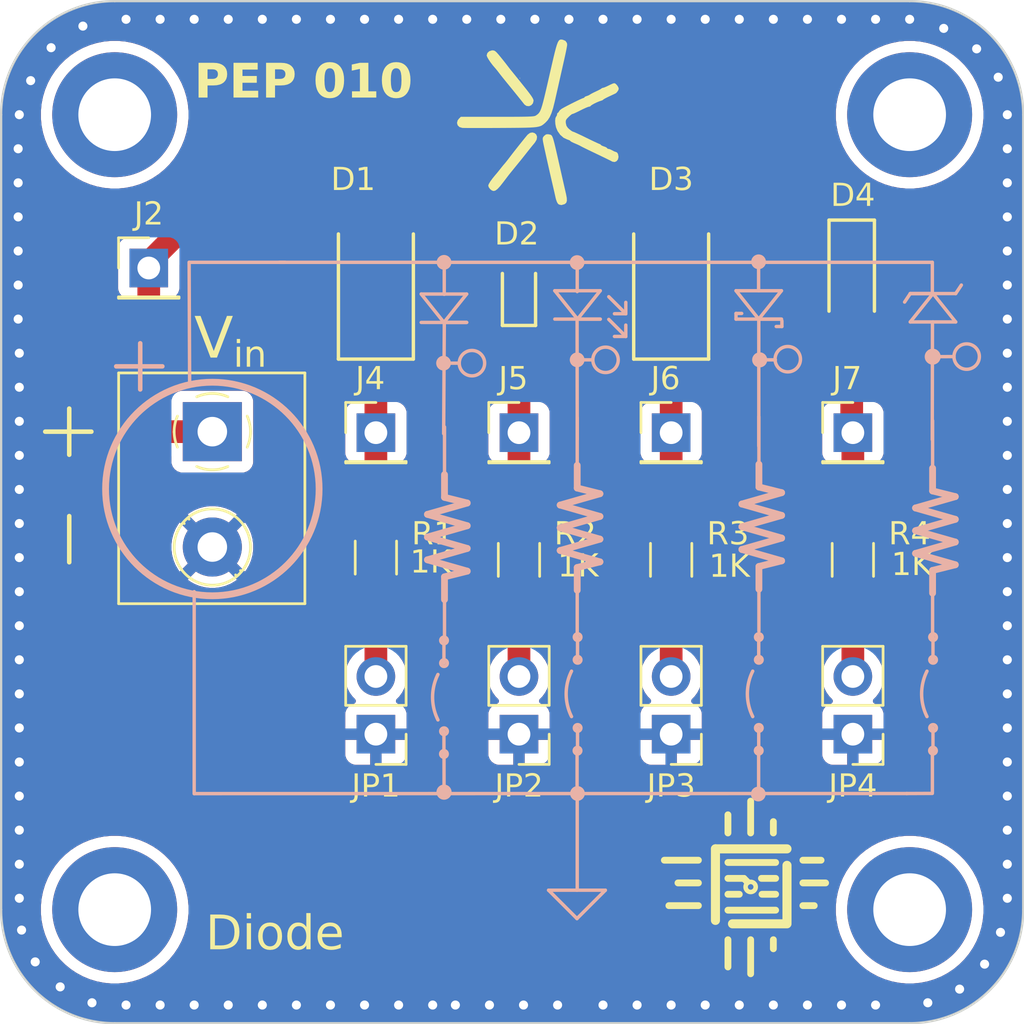
<source format=kicad_pcb>
(kicad_pcb (version 20241229) (generator "pcbnew") (generator_version "9.0")
  (layers (0 "F.Cu" signal) (2 "B.Cu" signal) (13 "F.Paste" user) (15 "B.Paste" user) (5 "F.SilkS" user "F.Silkscreen") (7 "B.SilkS" user "B.Silkscreen") (1 "F.Mask" user) (3 "B.Mask" user) (25 "Edge.Cuts" user))
  (net 0 "")
  (net 1 "Net-(D1-K)")
  (net 2 "0")
  (net 3 "9V")
  (net 4 "Net-(D2-K)")
  (net 5 "Net-(D3-K)")
  (net 6 "Net-(D4-A)")
  (net 7 "Net-(JP1-B)")
  (net 8 "Net-(JP2-B)")
  (net 9 "Net-(JP3-B)")
  (net 10 "Net-(JP4-B)")
  (footprint "Resistor_SMD:R_1206_3216Metric" (layer "F.Cu") (at 141.5 85.6 90)
    (property "Reference" "R4" (at 1.1 2.5 180) (layer "F.SilkS"))
    (property "Value" "1K")
    (pad "1" smd roundrect (at -1.4625 0 90) (size 1.125 1.75) (layers "F.Cu" "F.Mask" "F.Paste") (roundrect_rratio 0.222222) (net 10 "Net-(JP4-B)"))
    (pad "2" smd roundrect (at 1.4625 0 90) (size 1.125 1.75) (layers "F.Cu" "F.Mask" "F.Paste") (roundrect_rratio 0.222222) (net 6 "Net-(D4-A)"))
  )
  (footprint "PEP:R_silk_symbol" (layer "F.Cu") (at 123.520749 79.59689)
    (property "Reference" "REF**" (hide yes))
    (property "Value" "R_silk_symbol" (hide yes))
  )
  (footprint "Connector_PinHeader_2.54mm:PinHeader_1x01_P2.54mm_Vertical" (layer "F.Cu") (at 133.5 80)
    (property "Reference" "J6" (at -0.25 -2.33 0) (layer "F.SilkS"))
    (property "Value" "Conn_01x01_Pin" (hide yes))
    (pad "1" thru_hole rect (at 0 0) (size 1.7 1.7) (drill 1) (layers "*.Cu" "*.Mask") (net 5 "Net-(D3-K)"))
  )
  (footprint "Resistor_SMD:R_1206_3216Metric" (layer "F.Cu") (at 133.5 85.6 90)
    (property "Reference" "R3" (at 1.1 2.5 180) (layer "F.SilkS"))
    (property "Value" "1K")
    (pad "1" smd roundrect (at -1.4625 0 90) (size 1.125 1.75) (layers "F.Cu" "F.Mask" "F.Paste") (roundrect_rratio 0.222222) (net 9 "Net-(JP3-B)"))
    (pad "2" smd roundrect (at 1.4625 0 90) (size 1.125 1.75) (layers "F.Cu" "F.Mask" "F.Paste") (roundrect_rratio 0.222222) (net 5 "Net-(D3-K)"))
  )
  (footprint "PEP:R_silk_symbol" (layer "F.Cu") (at 145.010276 79.314991)
    (property "Reference" "REF**" (hide yes))
    (property "Value" "R_silk_symbol" (hide yes))
  )
  (footprint "PEP:JP_silk_symbol" (layer "F.Cu") (at 123.495777 91.645773)
    (property "Reference" "REF**" (hide yes))
    (property "Value" "JP_silk_symbol" (hide yes))
  )
  (footprint "Connector_PinHeader_2.54mm:PinHeader_1x02_P2.54mm_Vertical" (layer "F.Cu") (at 120.5 93.275 180)
    (property "Reference" "JP1" (at 0 -2.33 0) (layer "F.SilkS"))
    (property "Value" "Jumper_2_Bridged" (hide yes))
    (pad "1" thru_hole rect (at 0 0 180) (size 1.7 1.7) (drill 1) (layers "*.Cu" "*.Mask") (net 2 "0"))
    (pad "2" thru_hole oval (at 0 2.54 180) (size 1.7 1.7) (drill 1) (layers "*.Cu" "*.Mask") (net 7 "Net-(JP1-B)"))
  )
  (footprint "PEP:ele_petnica_logo" (layer "F.Cu") (at 137 100)
    (property "Reference" "REF**" (hide yes))
    (property "Value" "ele_petnica_logo" (hide yes))
  )
  (footprint "PCM_JLCPCB:D_SMA" (layer "F.Cu") (at 133.5 73.25 90)
    (property "Reference" "D3" (hide yes))
    (property "Value" "SS14" (hide yes))
    (pad "1" smd roundrect (at -2 0 90) (size 2.5 1.8) (layers "F.Cu" "F.Mask" "F.Paste") (roundrect_rratio 0.1388888889) (net 5 "Net-(D3-K)"))
    (pad "2" smd roundrect (at 2 0 90) (size 2.5 1.8) (layers "F.Cu" "F.Mask" "F.Paste") (roundrect_rratio 0.1388888889) (net 3 "9V"))
  )
  (footprint "MountingHole:MountingHole_3.2mm_M3_ISO14580_Pad_TopBottom" (layer "F.Cu") (at 144 66)
    (property "Reference" "H3" (hide yes))
    (property "Value" "MountingHole" (hide yes))
    (pad "1" thru_hole circle (at 0 0) (size 3.6 3.6) (drill 3.2) (layers "*.Cu" "*.Mask"))
    (pad "1" connect circle (at 0 0) (size 5.5 5.5) (layers "F.Cu" "F.Mask"))
    (pad "1" connect circle (at 0 0) (size 5.5 5.5) (layers "B.Cu" "B.Mask"))
  )
  (footprint "Resistor_SMD:R_1206_3216Metric" (layer "F.Cu") (at 120.5 85.5 90)
    (property "Reference" "R1" (at 1 2.5 180) (layer "F.SilkS"))
    (property "Value" "1K")
    (pad "1" smd roundrect (at -1.4625 0 90) (size 1.125 1.75) (layers "F.Cu" "F.Mask" "F.Paste") (roundrect_rratio 0.222222) (net 7 "Net-(JP1-B)"))
    (pad "2" smd roundrect (at 1.4625 0 90) (size 1.125 1.75) (layers "F.Cu" "F.Mask" "F.Paste") (roundrect_rratio 0.222222) (net 1 "Net-(D1-K)"))
  )
  (footprint "MountingHole:MountingHole_3.2mm_M3_ISO14580_Pad_TopBottom" (layer "F.Cu") (at 144 101)
    (property "Reference" "H4" (hide yes))
    (property "Value" "MountingHole" (hide yes))
    (pad "1" thru_hole circle (at 0 0) (size 3.6 3.6) (drill 3.2) (layers "*.Cu" "*.Mask"))
    (pad "1" connect circle (at 0 0) (size 5.5 5.5) (layers "F.Cu" "F.Mask"))
    (pad "1" connect circle (at 0 0) (size 5.5 5.5) (layers "B.Cu" "B.Mask"))
  )
  (footprint "PEP:TerminalBlock_Phoenix_MKDS-1,5-2-5.08_1x02_P5.08mm_Horizontal" (layer "F.Cu") (at 113.2985 79.955 -90)
    (property "Reference" "J1" (hide yes))
    (property "Value" "Screw_Terminal_01x02" (hide yes))
    (fp_text user "V_{in}\n" (at -2.955 0.7985 0) (layer "F.SilkS") (effects (font (size 1.8 1.8) (thickness 0.1875)) (justify left bottom)))
    (pad "1" thru_hole rect (at 0 0 270) (size 2.6 2.6) (drill 1.3) (layers "*.Cu" "*.Mask") (net 3 "9V"))
    (pad "2" thru_hole circle (at 5.08 0 270) (size 2.6 2.6) (drill 1.3) (layers "*.Cu" "*.Mask") (net 2 "0"))
  )
  (footprint "Connector_PinHeader_2.54mm:PinHeader_1x01_P2.54mm_Vertical" (layer "F.Cu") (at 110.5 72.75)
    (property "Reference" "J2" (at 0 -2.33 0) (layer "F.SilkS"))
    (property "Value" "Conn_01x01_Pin" (hide yes))
    (pad "1" thru_hole rect (at 0 0) (size 1.7 1.7) (drill 1) (layers "*.Cu" "*.Mask") (net 3 "9V"))
  )
  (footprint "Connector_PinHeader_2.54mm:PinHeader_1x02_P2.54mm_Vertical" (layer "F.Cu") (at 126.8 93.275 180)
    (property "Reference" "JP2" (at 0 -2.33 0) (layer "F.SilkS"))
    (property "Value" "Jumper_2_Bridged" (hide yes))
    (pad "1" thru_hole rect (at 0 0 180) (size 1.7 1.7) (drill 1) (layers "*.Cu" "*.Mask") (net 2 "0"))
    (pad "2" thru_hole oval (at 0 2.54 180) (size 1.7 1.7) (drill 1) (layers "*.Cu" "*.Mask") (net 8 "Net-(JP2-B)"))
  )
  (footprint "PEP:petnica_logo" (layer "F.Cu") (at 127.648545 66.333743)
    (property "Reference" "G***" (hide yes))
    (property "Value" "LOGO" (hide yes))
  )
  (footprint "PCM_JLCPCB:D_SOD-123" (layer "F.Cu") (at 141.45 73 -90)
    (property "Reference" "D4" (hide yes))
    (property "Value" "BZT52C5V1" (hide yes))
    (pad "1" smd roundrect (at -1.65 0 270) (size 0.9 1.2) (layers "F.Cu" "F.Mask" "F.Paste") (net 3 "9V"))
    (pad "2" smd roundrect (at 1.65 0 270) (size 0.9 1.2) (layers "F.Cu" "F.Mask" "F.Paste") (net 6 "Net-(D4-A)"))
  )
  (footprint "PEP:JP_silk_symbol" (layer "F.Cu") (at 129.377517 91.5)
    (property "Reference" "REF**" (hide yes))
    (property "Value" "JP_silk_symbol" (hide yes))
  )
  (footprint "Connector_PinHeader_2.54mm:PinHeader_1x01_P2.54mm_Vertical" (layer "F.Cu") (at 120.5 80)
    (property "Reference" "J4" (at -0.25 -2.33 0) (layer "F.SilkS"))
    (property "Value" "Conn_01x01_Pin" (hide yes))
    (pad "1" thru_hole rect (at 0 0) (size 1.7 1.7) (drill 1) (layers "*.Cu" "*.Mask") (net 1 "Net-(D1-K)"))
  )
  (footprint "Connector_PinHeader_2.54mm:PinHeader_1x01_P2.54mm_Vertical" (layer "F.Cu") (at 126.8 80)
    (property "Reference" "J5" (at -0.25 -2.33 0) (layer "F.SilkS"))
    (property "Value" "Conn_01x01_Pin" (hide yes))
    (pad "1" thru_hole rect (at 0 0) (size 1.7 1.7) (drill 1) (layers "*.Cu" "*.Mask") (net 4 "Net-(D2-K)"))
  )
  (footprint "Connector_PinHeader_2.54mm:PinHeader_1x01_P2.54mm_Vertical" (layer "F.Cu") (at 141.5 80)
    (property "Reference" "J7" (at -0.25 -2.33 0) (layer "F.SilkS"))
    (property "Value" "Conn_01x01_Pin" (hide yes))
    (pad "1" thru_hole rect (at 0 0) (size 1.7 1.7) (drill 1) (layers "*.Cu" "*.Mask") (net 6 "Net-(D4-A)"))
  )
  (footprint "PCM_JLCPCB:D_SMA" (layer "F.Cu") (at 120.5 73.25 90)
    (property "Reference" "D1" (hide yes))
    (property "Value" "M7" (hide yes))
    (pad "1" smd roundrect (at -2 0 90) (size 2.5 1.8) (layers "F.Cu" "F.Mask" "F.Paste") (roundrect_rratio 0.1388888889) (net 1 "Net-(D1-K)"))
    (pad "2" smd roundrect (at 2 0 90) (size 2.5 1.8) (layers "F.Cu" "F.Mask" "F.Paste") (roundrect_rratio 0.1388888889) (net 3 "9V"))
  )
  (footprint "PEP:JP_silk_symbol" (layer "F.Cu") (at 137.355631 91.5)
    (property "Reference" "REF**" (hide yes))
    (property "Value" "JP_silk_symbol" (hide yes))
  )
  (footprint "PEP:R_silk_symbol" (layer "F.Cu") (at 137.363822 79.141724)
    (property "Reference" "REF**" (hide yes))
    (property "Value" "R_silk_symbol" (hide yes))
  )
  (footprint "MountingHole:MountingHole_3.2mm_M3_ISO14580_Pad_TopBottom" (layer "F.Cu") (at 109 66)
    (property "Reference" "H2" (hide yes))
    (property "Value" "MountingHole" (hide yes))
    (pad "1" thru_hole circle (at 0 0) (size 3.6 3.6) (drill 3.2) (layers "*.Cu" "*.Mask"))
    (pad "1" connect circle (at 0 0) (size 5.5 5.5) (layers "F.Cu" "F.Mask"))
    (pad "1" connect circle (at 0 0) (size 5.5 5.5) (layers "B.Cu" "B.Mask"))
  )
  (footprint "Resistor_SMD:R_1206_3216Metric" (layer "F.Cu") (at 126.8 85.6 90)
    (property "Reference" "R2" (at 1.1 2.477517 180) (layer "F.SilkS"))
    (property "Value" "1K")
    (pad "1" smd roundrect (at -1.4625 0 90) (size 1.125 1.75) (layers "F.Cu" "F.Mask" "F.Paste") (roundrect_rratio 0.222222) (net 8 "Net-(JP2-B)"))
    (pad "2" smd roundrect (at 1.4625 0 90) (size 1.125 1.75) (layers "F.Cu" "F.Mask" "F.Paste") (roundrect_rratio 0.222222) (net 4 "Net-(D2-K)"))
  )
  (footprint "PEP:JP_silk_symbol" (layer "F.Cu") (at 145.027662 91.5)
    (property "Reference" "REF**" (hide yes))
    (property "Value" "JP_silk_symbol" (hide yes))
  )
  (footprint "Connector_PinHeader_2.54mm:PinHeader_1x02_P2.54mm_Vertical" (layer "F.Cu") (at 141.5 93.275 180)
    (property "Reference" "JP4" (at 0 -2.33 0) (layer "F.SilkS"))
    (property "Value" "Jumper_2_Bridged" (hide yes))
    (pad "1" thru_hole rect (at 0 0 180) (size 1.7 1.7) (drill 1) (layers "*.Cu" "*.Mask") (net 2 "0"))
    (pad "2" thru_hole oval (at 0 2.54 180) (size 1.7 1.7) (drill 1) (layers "*.Cu" "*.Mask") (net 10 "Net-(JP4-B)"))
  )
  (footprint "PEP:R_silk_symbol" (layer "F.Cu") (at 129.363822 79.187716)
    (property "Reference" "REF**" (hide yes))
    (property "Value" "R_silk_symbol" (hide yes))
  )
  (footprint "Connector_PinHeader_2.54mm:PinHeader_1x02_P2.54mm_Vertical" (layer "F.Cu") (at 133.5 93.275 180)
    (property "Reference" "JP3" (at 0 -2.33 0) (layer "F.SilkS"))
    (property "Value" "Jumper_2_Bridged" (hide yes))
    (pad "1" thru_hole rect (at 0 0 180) (size 1.7 1.7) (drill 1) (layers "*.Cu" "*.Mask") (net 2 "0"))
    (pad "2" thru_hole oval (at 0 2.54 180) (size 1.7 1.7) (drill 1) (layers "*.Cu" "*.Mask") (net 9 "Net-(JP3-B)"))
  )
  (footprint "MountingHole:MountingHole_3.2mm_M3_ISO14580_Pad_TopBottom" (layer "F.Cu") (at 109 101 -90)
    (property "Reference" "H1" (hide yes))
    (property "Value" "MountingHole" (hide yes))
    (pad "1" thru_hole circle (at 0 0 270) (size 3.6 3.6) (drill 3.2) (layers "*.Cu" "*.Mask"))
    (pad "1" connect circle (at 0 0 270) (size 5.5 5.5) (layers "F.Cu" "F.Mask"))
    (pad "1" connect circle (at 0 0 270) (size 5.5 5.5) (layers "B.Cu" "B.Mask"))
  )
  (footprint "PCM_JLCPCB:D_0603" (layer "F.Cu") (at 126.8 73.79 90)
    (property "Reference" "D2" (hide yes))
    (property "Value" "KT-0603R" (hide yes))
    (pad "1" smd roundrect (at -0.79 0 90) (size 0.88 0.95) (layers "F.Cu" "F.Mask" "F.Paste") (net 4 "Net-(D2-K)"))
    (pad "2" smd roundrect (at 0.79 0 90) (size 0.88 0.95) (layers "F.Cu" "F.Mask" "F.Paste") (net 3 "9V"))
  )
  (gr_line (start 145 95.882721) (end 143.875 95.8875) (stroke (width 0.15)) (layer "B.SilkS"))
  (gr_circle (center 137.336514 95.909388) (end 137.336514 95.659388) (stroke (width 0.15)) (fill yes) (layer "B.SilkS"))
  (gr_line (start 116.25 72.5) (end 145 72.5) (stroke (width 0.15)) (layer "B.SilkS"))
  (gr_line (start 112.277181 72.5) (end 112.299024 77.779148) (stroke (width 0.15)) (layer "B.SilkS"))
  (gr_line (start 138.376301 75.07526) (end 138.376301 75.32526) (stroke (width 0.15)) (layer "B.SilkS"))
  (gr_line (start 137.35067 93.927125) (end 137.350674 95.927125) (stroke (width 0.15)) (layer "B.SilkS"))
  (gr_line (start 137.355631 75) (end 138.355631 73.75) (stroke (width 0.15)) (layer "B.SilkS"))
  (gr_circle (center 124.729143 76.939279) (end 124.979143 77.439279) (stroke (width 0.15)) (fill no) (layer "B.SilkS"))
  (gr_circle (center 129.360883 76.793506) (end 129.360883 76.543506) (stroke (width 0.15)) (fill yes) (layer "B.SilkS"))
  (gr_line (start 131.503042 75.762975) (end 131.503042 75.262975) (stroke (width 0.15)) (layer "B.SilkS"))
  (gr_line (start 145.027662 75.125) (end 146.027662 75.125) (stroke (width 0.15)) (layer "B.SilkS"))
  (gr_circle (center 129.375409 95.885097) (end 129.125409 95.885097) (stroke (width 0.15)) (fill yes) (layer "B.SilkS"))
  (gr_line (start 129.377517 75) (end 130.377517 73.75) (stroke (width 0.15)) (layer "B.SilkS"))
  (gr_line (start 129.364083 73.787593) (end 129.364083 72.537593) (stroke (width 0.15)) (layer "B.SilkS"))
  (gr_line (start 123.498768 94) (end 123.501232 95.826733) (stroke (width 0.15)) (layer "B.SilkS"))
  (gr_line (start 129.352756 101.39382) (end 128.102756 100.14382) (stroke (width 0.15)) (layer "B.SilkS"))
  (gr_circle (center 129.359049 72.510067) (end 129.359049 72.260067) (stroke (width 0.15)) (fill yes) (layer "B.SilkS"))
  (gr_line (start 136.355631 75) (end 136.355631 74.75) (stroke (width 0.15)) (layer "B.SilkS"))
  (gr_line (start 123.512421 75.135559) (end 123.483366 80.043506) (stroke (width 0.15)) (layer "B.SilkS"))
  (gr_line (start 131.503042 75.762975) (end 131.003042 75.762975) (stroke (width 0.15)) (layer "B.SilkS"))
  (gr_line (start 116.5 72.5) (end 112.277181 72.5) (stroke (width 0.15)) (layer "B.SilkS"))
  (gr_line (start 144.027662 75.125) (end 145.027662 75.125) (stroke (width 0.15)) (layer "B.SilkS"))
  (gr_line (start 123.495777 75.145773) (end 124.495777 75.145773) (stroke (width 0.15)) (layer "B.SilkS"))
  (gr_line (start 123.509687 73.908906) (end 123.509687 72.658906) (stroke (width 0.15)) (layer "B.SilkS"))
  (gr_line (start 124.495777 73.895773) (end 123.495777 73.895773) (stroke (width 0.15)) (layer "B.SilkS"))
  (gr_line (start 137.355631 75) (end 138.355631 75) (stroke (width 0.15)) (layer "B.SilkS"))
  (gr_line (start 130.377517 73.75) (end 129.377517 73.75) (stroke (width 0.15)) (layer "B.SilkS"))
  (gr_circle (center 123.5 95.826733) (end 123.74754 95.75) (stroke (width 0.15)) (fill yes) (layer "B.SilkS"))
  (gr_line (start 129.352756 100.14382) (end 130.602756 100.14382) (stroke (width 0.15)) (layer "B.SilkS"))
  (gr_line (start 129.360883 76.793506) (end 130.051867 76.793506) (stroke (width 0.15)) (layer "B.SilkS"))
  (gr_circle (center 123.5 72.5) (end 123.5 72.25) (stroke (width 0.15)) (fill yes) (layer "B.SilkS"))
  (gr_line (start 129.377517 75) (end 130.377517 75) (stroke (width 0.15)) (layer "B.SilkS"))
  (gr_circle (center 138.633966 76.764531) (end 138.883966 77.264531) (stroke (width 0.15)) (fill no) (layer "B.SilkS"))
  (gr_line (start 129.358169 94.010097) (end 129.358173 95.760097) (stroke (width 0.15)) (layer "B.SilkS"))
  (gr_line (start 112.5 95.891439) (end 112.5 87) (stroke (width 0.15)) (layer "B.SilkS"))
  (gr_line (start 136.355631 73.75) (end 137.355631 75) (stroke (width 0.15)) (layer "B.SilkS"))
  (gr_line (start 137.355631 73.75) (end 136.355631 73.75) (stroke (width 0.15)) (layer "B.SilkS"))
  (gr_line (start 145.952012 76.649756) (end 145.014719 76.654057) (stroke (width 0.15)) (layer "B.SilkS"))
  (gr_circle (center 130.610883 76.793506) (end 130.860883 77.293506) (stroke (width 0.15)) (fill no) (layer "B.SilkS"))
  (gr_line (start 123.479139 76.939279) (end 124.170127 76.939279) (stroke (width 0.15)) (layer "B.SilkS"))
  (gr_line (start 145.001874 93.971294) (end 145.001638 95.854015) (stroke (width 0.15)) (layer "B.SilkS"))
  (gr_line (start 122.495777 73.895773) (end 123.495777 75.145773) (stroke (width 0.15)) (layer "B.SilkS"))
  (gr_line (start 144.027662 73.875) (end 146.027662 73.875) (stroke (width 0.15)) (layer "B.SilkS"))
  (gr_line (start 130.753042 74.012975) (end 131.503042 74.762975) (stroke (width 0.15)) (layer "B.SilkS"))
  (gr_line (start 130.377517 75) (end 128.377517 75) (stroke (width 0.15)) (layer "B.SilkS"))
  (gr_line (start 129.358366 75.028153) (end 129.365106 80.293506) (stroke (width 0.15)) (layer "B.SilkS"))
  (gr_line (start 128.377517 73.75) (end 129.377517 75) (stroke (width 0.15)) (layer "B.SilkS"))
  (gr_circle (center 123.479139 76.939279) (end 123.229143 76.939279) (stroke (width 0.15)) (fill yes) (layer "B.SilkS"))
  (gr_line (start 145.027662 73.875) (end 144.027662 73.875) (stroke (width 0.15)) (layer "B.SilkS"))
  (gr_line (start 136.355631 74.75) (end 136.605631 74.75) (stroke (width 0.15)) (layer "B.SilkS"))
  (gr_line (start 112.5 95.891569) (end 143.875 95.8875) (stroke (width 0.15)) (layer "B.SilkS"))
  (gr_line (start 131.503042 74.762975) (end 131.503042 74.262975) (stroke (width 0.15)) (layer "B.SilkS"))
  (gr_line (start 144.027662 73.875) (end 143.777662 74.25) (stroke (width 0.15)) (layer "B.SilkS"))
  (gr_line (start 129.377517 73.75) (end 128.377517 73.75) (stroke (width 0.15)) (layer "B.SilkS"))
  (gr_line (start 146.027662 75.125) (end 145.027662 73.875) (stroke (width 0.15)) (layer "B.SilkS"))
  (gr_line (start 137.349479 73.726937) (end 137.349479 72.476937) (stroke (width 0.15)) (layer "B.SilkS"))
  (gr_line (start 137.398013 76.793506) (end 138.088997 76.793506) (stroke (width 0.15)) (layer "B.SilkS"))
  (gr_circle (center 137.398013 76.793506) (end 137.338997 76.543506) (stroke (width 0.15)) (fill yes) (layer "B.SilkS"))
  (gr_line (start 146.027662 73.875) (end 146.277662 73.5) (stroke (width 0.15)) (layer "B.SilkS"))
  (gr_line (start 138.376301 75.32526) (end 138.126301 75.32526) (stroke (width 0.15)) (layer "B.SilkS"))
  (gr_line (start 137.358366 74.982161) (end 137.358795 80.581872) (stroke (width 0.15)) (layer "B.SilkS"))
  (gr_line (start 145.00482 75.155428) (end 144.996373 80.307152) (stroke (width 0.15)) (layer "B.SilkS"))
  (gr_line (start 138.355631 75) (end 136.355631 75) (stroke (width 0.15)) (layer "B.SilkS"))
  (gr_circle (center 146.511028 76.649756) (end 146.761028 77.149756) (stroke (width 0.15)) (fill no) (layer "B.SilkS"))
  (gr_line (start 145 72.5) (end 145 73.875) (stroke (width 0.15)) (layer "B.SilkS"))
  (gr_line (start 123.495777 73.895773) (end 122.495777 73.895773) (stroke (width 0.15)) (layer "B.SilkS"))
  (gr_line (start 128.102756 100.14382) (end 129.352756 100.14382) (stroke (width 0.15)) (layer "B.SilkS"))
  (gr_line (start 138.355631 73.75) (end 137.355631 73.75) (stroke (width 0.15)) (layer "B.SilkS"))
  (gr_circle (center 145.014719 76.654057) (end 144.761028 76.543506) (stroke (width 0.15)) (fill yes) (layer "B.SilkS"))
  (gr_line (start 131.503042 74.762975) (end 131.003042 74.762975) (stroke (width 0.15)) (layer "B.SilkS"))
  (gr_line (start 123.495777 75.145773) (end 124.495777 73.895773) (stroke (width 0.15)) (layer "B.SilkS"))
  (gr_line (start 129.364083 100.128132) (end 129.364083 95.878132) (stroke (width 0.15)) (layer "B.SilkS"))
  (gr_circle (center 137.349479 72.476937) (end 137.349479 72.226937) (stroke (width 0.15)) (fill yes) (layer "B.SilkS"))
  (gr_line (start 130.602756 100.14382) (end 129.352756 101.39382) (stroke (width 0.15)) (layer "B.SilkS"))
  (gr_line (start 130.753042 75.012975) (end 131.503042 75.762975) (stroke (width 0.15)) (layer "B.SilkS"))
  (gr_line (start 124.495777 75.145773) (end 122.495777 75.145773) (stroke (width 0.15)) (layer "B.SilkS"))
  (gr_line (start 145.027662 73.875) (end 144.027662 75.125) (stroke (width 0.15)) (layer "B.SilkS"))
  (gr_line (start 149 101) (end 148.999998 66) (stroke (width 0.1)) (layer "Edge.Cuts"))
  (gr_arc (start 104 66) (mid 105.464467 62.464467) (end 109 61) (stroke (width 0.1)) (layer "Edge.Cuts"))
  (gr_arc (start 144 61) (mid 147.535533 62.464466) (end 148.999998 66) (stroke (width 0.1)) (layer "Edge.Cuts"))
  (gr_line (start 104 66) (end 104 101) (stroke (width 0.1)) (layer "Edge.Cuts"))
  (gr_arc (start 149 101) (mid 147.535533 104.535533) (end 144 106) (stroke (width 0.1)) (layer "Edge.Cuts"))
  (gr_line (start 109 106) (end 144 106) (stroke (width 0.1)) (layer "Edge.Cuts"))
  (gr_arc (start 109 106) (mid 105.464467 104.535533) (end 104 101) (stroke (width 0.1)) (layer "Edge.Cuts"))
  (gr_line (start 144 61) (end 109 61) (stroke (width 0.1)) (layer "Edge.Cuts"))
  (gr_text "Diode" (at 113 103 0) (layer "F.SilkS") (effects (font (size 1.5 1.5) (thickness 0.1875)) (justify left bottom)))
  (gr_text "1K" (at 122 86.327064 0) (layer "F.SilkS") (effects (font (size 1 1)) (justify left bottom)))
  (gr_text "1K" (at 135.162158 86.513265 0) (layer "F.SilkS") (effects (font (size 1 1)) (justify left bottom)))
  (gr_text "D3" (at 133.5 68.9 0) (layer "F.SilkS") (effects (font (size 1 1))))
  (gr_text "1K" (at 128.5 86.5 0) (layer "F.SilkS") (effects (font (size 1 1)) (justify left bottom)))
  (gr_text "D1" (at 119.5 68.9 0) (layer "F.SilkS") (effects (font (size 1 1))))
  (gr_text "D2" (at 126.7 71.3 0) (layer "F.SilkS") (effects (font (size 1 1))))
  (gr_text "PEP 010\n" (at 112.5 65.5 0) (layer "F.SilkS") (effects (font (size 1.5 1.5) (thickness 0.2) (bold yes)) (justify left bottom)))
  (gr_text "1K" (at 143.189737 86.436812 0) (layer "F.SilkS") (effects (font (size 1 1)) (justify left bottom)))
  (gr_text "D4" (at 141.5 69.6 0) (layer "F.SilkS") (effects (font (size 1 1))))
  (segment (start 120.5 80) (end 120.5 84.0375) (width 1) (layer "F.Cu") (net 1))
  (segment (start 120.5 75.25) (end 120.5 80) (width 1) (layer "F.Cu") (net 1))
  (via (at 148.3 97.5) (size 0.8) (drill 0.4) (layers "F.Cu" "B.Cu") (net 2))
  (via (at 125.5 105.2) (size 0.8) (drill 0.4) (layers "F.Cu" "B.Cu") (net 2))
  (via (at 148.3 99) (size 0.8) (drill 0.4) (layers "F.Cu" "B.Cu") (net 2))
  (via (at 148.3 67.5) (size 0.8) (drill 0.4) (layers "F.Cu" "B.Cu") (net 2))
  (via (at 104.75 72) (size 0.8) (drill 0.4) (layers "F.Cu" "B.Cu") (net 2))
  (via (at 104.8 76.5) (size 0.8) (drill 0.4) (layers "F.Cu" "B.Cu") (net 2))
  (via (at 104.8 96) (size 0.8) (drill 0.4) (layers "F.Cu" "B.Cu") (net 2))
  (via (at 120 61.8) (size 0.8) (drill 0.4) (layers "F.Cu" "B.Cu") (net 2))
  (via (at 127.5 61.8) (size 0.8) (drill 0.4) (layers "F.Cu" "B.Cu") (net 2))
  (via (at 104.8 84) (size 0.8) (drill 0.4) (layers "F.Cu" "B.Cu") (net 2))
  (via (at 109.5 105.2) (size 0.8) (drill 0.4) (layers "F.Cu" "B.Cu") (net 2))
  (via (at 107.6 62.1) (size 0.8) (drill 0.4) (layers "F.Cu" "B.Cu") (net 2))
  (via (at 120 105.2) (size 0.8) (drill 0.4) (layers "F.Cu" "B.Cu") (net 2))
  (via (at 104.8 97.5) (size 0.8) (drill 0.4) (layers "F.Cu" "B.Cu") (net 2))
  (via (at 144 61.8) (size 0.8) (drill 0.4) (layers "F.Cu" "B.Cu") (net 2))
  (via (at 105.5 103.3) (size 0.8) (drill 0.4) (layers "F.Cu" "B.Cu") (net 2))
  (via (at 148.3 91.5) (size 0.8) (drill 0.4) (layers "F.Cu" "B.Cu") (net 2))
  (via (at 111 61.8) (size 0.8) (drill 0.4) (layers "F.Cu" "B.Cu") (net 2))
  (via (at 124.5 61.8) (size 0.8) (drill 0.4) (layers "F.Cu" "B.Cu") (net 2))
  (via (at 115.5 61.8) (size 0.8) (drill 0.4) (layers "F.Cu" "B.Cu") (net 2))
  (via (at 109.5 61.8) (size 0.8) (drill 0.4) (layers "F.Cu" "B.Cu") (net 2))
  (via (at 146.2 104.5) (size 0.8) (drill 0.4) (layers "F.Cu" "B.Cu") (net 2))
  (via (at 129 61.8) (size 0.8) (drill 0.4) (layers "F.Cu" "B.Cu") (net 2))
  (via (at 114 105.2) (size 0.8) (drill 0.4) (layers "F.Cu" "B.Cu") (net 2))
  (via (at 147.9 64.35) (size 0.8) (drill 0.4) (layers "F.Cu" "B.Cu") (net 2))
  (via (at 112.5 61.8) (size 0.8) (drill 0.4) (layers "F.Cu" "B.Cu") (net 2))
  (via (at 128.5 105.2) (size 0.8) (drill 0.4) (layers "F.Cu" "B.Cu") (net 2))
  (via (at 148.3 82.5) (size 0.8) (drill 0.4) (layers "F.Cu" "B.Cu") (net 2))
  (via (at 148.3 73.5) (size 0.8) (drill 0.4) (layers "F.Cu" "B.Cu") (net 2))
  (via (at 104.8 90) (size 0.8) (drill 0.4) (layers "F.Cu" "B.Cu") (net 2))
  (via (at 141 61.8) (size 0.8) (drill 0.4) (layers "F.Cu" "B.Cu") (net 2))
  (via (at 132 61.8) (size 0.8) (drill 0.4) (layers "F.Cu" "B.Cu") (net 2))
  (via (at 106.6 104.4) (size 0.8) (drill 0.4) (layers "F.Cu" "B.Cu") (net 2))
  (via (at 104.8 82.5) (size 0.8) (drill 0.4) (layers "F.Cu" "B.Cu") (net 2))
  (via (at 104.8 66) (size 0.8) (drill 0.4) (layers "F.Cu" "B.Cu") (net 2))
  (via (at 118.5 105.2) (size 0.8) (drill 0.4) (layers "F.Cu" "B.Cu") (net 2))
  (via (at 104.75 75) (size 0.8) (drill 0.4) (layers "F.Cu" "B.Cu") (net 2))
  (via (at 104.8 99) (size 0.8) (drill 0.4) (layers "F.Cu" "B.Cu") (net 2))
  (via (at 104.8 79.5) (size 0.8) (drill 0.4) (layers "F.Cu" "B.Cu") (net 2))
  (via (at 130.5 61.8) (size 0.8) (drill 0.4) (layers "F.Cu" "B.Cu") (net 2))
  (via (at 141 105.2) (size 0.8) (drill 0.4) (layers "F.Cu" "B.Cu") (net 2))
  (via (at 142.5 61.8) (size 0.8) (drill 0.4) (layers "F.Cu" "B.Cu") (net 2))
  (via (at 145.5 62.2) (size 0.8) (drill 0.4) (layers "F.Cu" "B.Cu") (net 2))
  (via (at 104.75 67.5) (size 0.8) (drill 0.4) (layers "F.Cu" "B.Cu") (net 2))
  (via (at 148.3 66) (size 0.8) (drill 0.4) (layers "F.Cu" "B.Cu") (net 2))
  (via (at 104.75 70.5) (size 0.8) (drill 0.4) (layers "F.Cu" "B.Cu") (net 2))
  (via (at 118.5 61.8) (size 0.8) (drill 0.4) (layers "F.Cu" "B.Cu") (net 2))
  (via (at 104.75 69) (size 0.8) (drill 0.4) (layers "F.Cu" "B.Cu") (net 2))
  (via (at 148.3 100.5) (size 0.8) (drill 0.4) (layers "F.Cu" "B.Cu") (net 2))
  (via (at 106.2 63.05) (size 0.8) (drill 0.4) (layers "F.Cu" "B.Cu") (net 2))
  (via (at 148.3 79.5) (size 0.8) (drill 0.4) (layers "F.Cu" "B.Cu") (net 2))
  (via (at 121.5 105.2) (size 0.8) (drill 0.4) (layers "F.Cu" "B.Cu") (net 2))
  (via (at 121.5 61.8) (size 0.8) (drill 0.4) (layers "F.Cu" "B.Cu") (net 2))
  (via (at 144.8 105.1) (size 0.8) (drill 0.4) (layers "F.Cu" "B.Cu") (net 2))
  (via (at 104.8 81) (size 0.8) (drill 0.4) (layers "F.Cu" "B.Cu") (net 2))
  (via (at 139.5 61.8) (size 0.8) (drill 0.4) (layers "F.Cu" "B.Cu") (net 2))
  (via (at 148.3 88.5) (size 0.8) (drill 0.4) (layers "F.Cu" "B.Cu") (net 2))
  (via (at 148 102) (size 0.8) (drill 0.4) (layers "F.Cu" "B.Cu") (net 2))
  (via (at 127 105.2) (size 0.8) (drill 0.4) (layers "F.Cu" "B.Cu") (net 2))
  (via (at 148.3 81) (size 0.8) (drill 0.4) (layers "F.Cu" "B.Cu") (net 2))
  (via (at 133.5 105.2) (size 0.8) (drill 0.4) (layers "F.Cu" "B.Cu") (net 2))
  (via (at 124 105.2) (size 0.8) (drill 0.4) (layers "F.Cu" "B.Cu") (net 2))
  (via (at 148.3 70.5) (size 0.8) (drill 0.4) (layers "F.Cu" "B.Cu") (net 2))
  (via (at 133.5 61.8) (size 0.8) (drill 0.4) (layers "F.Cu" "B.Cu") (net 2))
  (via (at 148.3 84) (size 0.8) (drill 0.4) (layers "F.Cu" "B.Cu") (net 2))
  (via (at 148.3 85.5) (size 0.8) (drill 0.4) (layers "F.Cu" "B.Cu") (net 2))
  (via (at 148.3 93) (size 0.8) (drill 0.4) (layers "F.Cu" "B.Cu") (net 2))
  (via (at 148.3 75) (size 0.8) (drill 0.4) (layers "F.Cu" "B.Cu") (net 2))
  (via (at 147.3 103.4) (size 0.8) (drill 0.4) (layers "F.Cu" "B.Cu") (net 2))
  (via (at 104.8 85.5) (size 0.8) (drill 0.4) (layers "F.Cu" "B.Cu") (net 2))
  (via (at 148.3 72) (size 0.8) (drill 0.4) (layers "F.Cu" "B.Cu") (net 2))
  (via (at 123 61.8) (size 0.8) (drill 0.4) (layers "F.Cu" "B.Cu") (net 2))
  (via (at 139.5 105.2) (size 0.8) (drill 0.4) (layers "F.Cu" "B.Cu") (net 2))
  (via (at 114 61.8) (size 0.8) (drill 0.4) (layers "F.Cu" "B.Cu") (net 2))
  (via (at 115.5 105.2) (size 0.8) (drill 0.4) (layers "F.Cu" "B.Cu") (net 2))
  (via (at 138 61.8) (size 0.8) (drill 0.4) (layers "F.Cu" "B.Cu") (net 2))
  (via (at 117 61.8) (size 0.8) (drill 0.4) (layers "F.Cu" "B.Cu") (net 2))
  (via (at 126 61.8) (size 0.8) (drill 0.4) (layers "F.Cu" "B.Cu") (net 2))
  (via (at 123 105.2) (size 0.8) (drill 0.4) (layers "F.Cu" "B.Cu") (net 2))
  (via (at 142.5 105.2) (size 0.8) (drill 0.4) (layers "F.Cu" "B.Cu") (net 2))
  (via (at 148.3 90) (size 0.8) (drill 0.4) (layers "F.Cu" "B.Cu") (net 2))
  (via (at 105.3 64.5) (size 0.8) (drill 0.4) (layers "F.Cu" "B.Cu") (net 2))
  (via (at 136.5 61.8) (size 0.8) (drill 0.4) (layers "F.Cu" "B.Cu") (net 2))
  (via (at 132 105.2) (size 0.8) (drill 0.4) (layers "F.Cu" "B.Cu") (net 2))
  (via (at 148.3 87) (size 0.8) (drill 0.4) (layers "F.Cu" "B.Cu") (net 2))
  (via (at 135 105.2) (size 0.8) (drill 0.4) (layers "F.Cu" "B.Cu") (net 2))
  (via (at 104.75 73.5) (size 0.8) (drill 0.4) (layers "F.Cu" "B.Cu") (net 2))
  (via (at 104.8 87) (size 0.8) (drill 0.4) (layers "F.Cu" "B.Cu") (net 2))
  (via (at 104.8 78) (size 0.8) (drill 0.4) (layers "F.Cu" "B.Cu") (net 2))
  (via (at 104.9 101.9) (size 0.8) (drill 0.4) (layers "F.Cu" "B.Cu") (net 2))
  (via (at 135 61.8) (size 0.8) (drill 0.4) (layers "F.Cu" "B.Cu") (net 2))
  (via (at 148.3 78) (size 0.8) (drill 0.4) (layers "F.Cu" "B.Cu") (net 2))
  (via (at 104.8 100.5) (size 0.8) (drill 0.4) (layers "F.Cu" "B.Cu") (net 2))
  (via (at 136.5 105.2) (size 0.8) (drill 0.4) (layers "F.Cu" "B.Cu") (net 2))
  (via (at 138 105.2) (size 0.8) (drill 0.4) (layers "F.Cu" "B.Cu") (net 2))
  (via (at 104.8 88.5) (size 0.8) (drill 0.4) (layers "F.Cu" "B.Cu") (net 2))
  (via (at 148.3 94.5) (size 0.8) (drill 0.4) (layers "F.Cu" "B.Cu") (net 2))
  (via (at 146.95 63.1) (size 0.8) (drill 0.4) (layers "F.Cu" "B.Cu") (net 2))
  (via (at 148.3 69) (size 0.8) (drill 0.4) (layers "F.Cu" "B.Cu") (net 2))
  (via (at 148.3 76.5) (size 0.8) (drill 0.4) (layers "F.Cu" "B.Cu") (net 2))
  (via (at 111 105.2) (size 0.8) (drill 0.4) (layers "F.Cu" "B.Cu") (net 2))
  (via (at 130.5 105.2) (size 0.8) (drill 0.4) (layers "F.Cu" "B.Cu") (net 2))
  (via (at 104.8 91.5) (size 0.8) (drill 0.4) (layers "F.Cu" "B.Cu") (net 2))
  (via (at 104.8 93) (size 0.8) (drill 0.4) (layers "F.Cu" "B.Cu") (net 2))
  (via (at 112.5 105.2) (size 0.8) (drill 0.4) (layers "F.Cu" "B.Cu") (net 2))
  (via (at 117 105.2) (size 0.8) (drill 0.4) (layers "F.Cu" "B.Cu") (net 2))
  (via (at 148.3 96) (size 0.8) (drill 0.4) (layers "F.Cu" "B.Cu") (net 2))
  (via (at 108 105.1) (size 0.8) (drill 0.4) (layers "F.Cu" "B.Cu") (net 2))
  (via (at 104.8 94.5) (size 0.8) (drill 0.4) (layers "F.Cu" "B.Cu") (net 2))
  (segment (start 126.8 71.25) (end 126.8 73) (width 1) (layer "F.Cu") (net 3))
  (segment (start 133.3875 70.5125) (end 133.5 70.625) (width 1) (layer "F.Cu") (net 3))
  (segment (start 140.25 71.35) (end 141.45 71.35) (width 1) (layer "F.Cu") (net 3))
  (segment (start 111.75 71.25) (end 120.5 71.25) (width 1) (layer "F.Cu") (net 3))
  (segment (start 110.955 79.955) (end 110.5 79.5) (width 1) (layer "F.Cu") (net 3))
  (segment (start 110.5 72.75) (end 110.5 72.5) (width 1) (layer "F.Cu") (net 3))
  (segment (start 133.5 71.25) (end 140.15 71.25) (width 1) (layer "F.Cu") (net 3))
  (segment (start 110.445 72.805) (end 110.5 72.75) (width 1) (layer "F.Cu") (net 3))
  (segment (start 126.8 71.25) (end 134.3 71.25) (width 1) (layer "F.Cu") (net 3))
  (segment (start 140.15 71.25) (end 140.25 71.35) (width 1) (layer "F.Cu") (net 3))
  (segment (start 113.2985 79.955) (end 110.955 79.955) (width 1) (layer "F.Cu") (net 3))
  (segment (start 110.5 79.5) (end 110.5 72.75) (width 1) (layer "F.Cu") (net 3))
  (segment (start 110.5 72.5) (end 111.75 71.25) (width 1) (layer "F.Cu") (net 3))
  (segment (start 120.3 71.25) (end 126.8 71.25) (width 1) (layer "F.Cu") (net 3))
  (segment (start 126.8 74.58) (end 126.8 80) (width 1) (layer "F.Cu") (net 4))
  (segment (start 126.8 80) (end 126.8 84.1375) (width 1) (layer "F.Cu") (net 4))
  (segment (start 133.5 75.25) (end 133.5 80) (width 1) (layer "F.Cu") (net 5))
  (segment (start 133.5 80) (end 133.5 84.1375) (width 1) (layer "F.Cu") (net 5))
  (segment (start 141.5 80) (end 141.5 84.1375) (width 1) (layer "F.Cu") (net 6))
  (segment (start 141.45 79.95) (end 141.5 80) (width 1) (layer "F.Cu") (net 6))
  (segment (start 141.45 74.65) (end 141.45 79.95) (width 1) (layer "F.Cu") (net 6))
  (segment (start 120.5 86.9625) (end 120.5 90.735) (width 1) (layer "F.Cu") (net 7))
  (segment (start 126.8 90.485) (end 126.55 90.735) (width 1) (layer "F.Cu") (net 8))
  (segment (start 126.8 87.0625) (end 126.8 90.735) (width 1) (layer "F.Cu") (net 8))
  (segment (start 133.35 87.2125) (end 133.5 87.3625) (width 1) (layer "F.Cu") (net 9))
  (segment (start 133.5 87.0625) (end 133.5 90.735) (width 1) (layer "F.Cu") (net 9))
  (segment (start 141.5 87.0625) (end 141.5 90.735) (width 1) (layer "F.Cu") (net 10))
  (zone (net 2) (net_name "0") (layer "F.Cu") (priority 1) (connect_pads (clearance 0.5)) (min_thickness 0.25) (fill yes (thermal_gap 0.5) (thermal_bridge_width 0.5))
    (polygon (pts (xy 104 61) (xy 149 61) (xy 149 106) (xy 104 106)))
  )
  (zone (net 2) (net_name "0") (layer "B.Cu") (priority 1) (connect_pads (clearance 0.5)) (min_thickness 0.25) (fill yes (thermal_gap 0.5) (thermal_bridge_width 0.5))
    (polygon (pts (xy 104 61) (xy 149 61) (xy 149 106) (xy 104 106)))
  )
)
</source>
